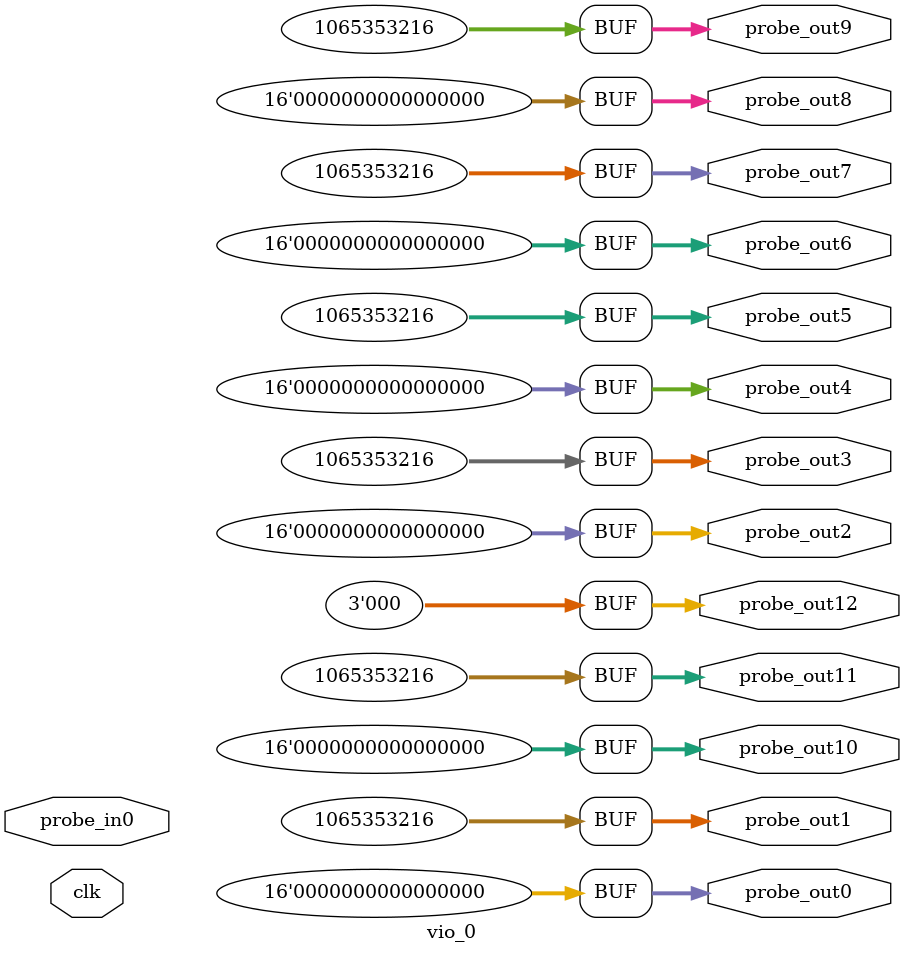
<source format=v>
`timescale 1ns / 1ps
module vio_0 (
clk,
probe_in0,
probe_out0,
probe_out1,
probe_out2,
probe_out3,
probe_out4,
probe_out5,
probe_out6,
probe_out7,
probe_out8,
probe_out9,
probe_out10,
probe_out11,
probe_out12
);

input clk;
input [0 : 0] probe_in0;

output reg [15 : 0] probe_out0 = 'h0000 ;
output reg [31 : 0] probe_out1 = 'h3F800000 ;
output reg [15 : 0] probe_out2 = 'h0000 ;
output reg [31 : 0] probe_out3 = 'h3F800000 ;
output reg [15 : 0] probe_out4 = 'h0000 ;
output reg [31 : 0] probe_out5 = 'h3F800000 ;
output reg [15 : 0] probe_out6 = 'h0000 ;
output reg [31 : 0] probe_out7 = 'h3F800000 ;
output reg [15 : 0] probe_out8 = 'h0000 ;
output reg [31 : 0] probe_out9 = 'h3F800000 ;
output reg [15 : 0] probe_out10 = 'h0000 ;
output reg [31 : 0] probe_out11 = 'h3F800000 ;
output reg [2 : 0] probe_out12 = 'h0 ;


endmodule

</source>
